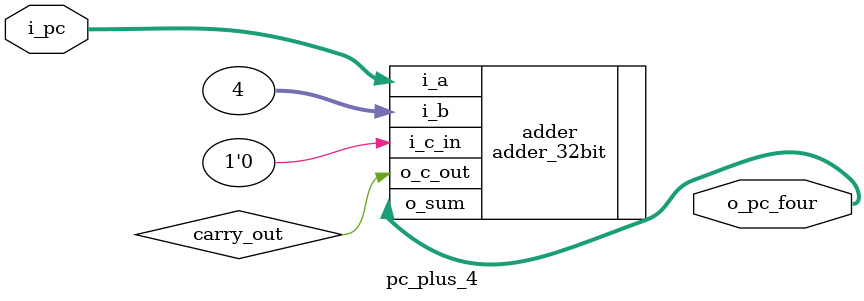
<source format=sv>
module pc_plus_4 (
    input  logic [31:0] i_pc,
    output logic [31:0] o_pc_four
);
    logic carry_out;
    adder_32bit adder (
        .i_a(i_pc),
        .i_b(32'h0000_0004),
        .i_c_in(1'b0),
        .o_sum(o_pc_four),
        .o_c_out(carry_out)
    );
endmodule

</source>
